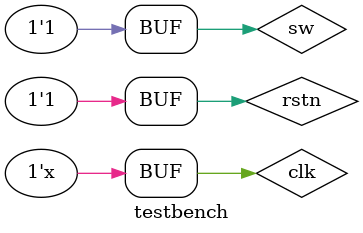
<source format=v>
`timescale 1ns / 1ps


module testbench(

    );
    // 时钟周期为 10ns 即 100Mhz
    reg clk, rstn, sw;
    initial begin
        rstn = 1'b1;
        clk = 1'b0;
        sw = 1'b1;
        #15 rstn = 1'b0;
        #5  rstn = 1'b1;
    end
    always begin
        #5 clk = ~clk;
    end

    wire [3:0] r, g, b;
    wire h, v, led;

    display_test test0(
        .I_clk(clk),
        .I_rst_n(rstn),
        .O_r(r),
        .O_g(g),
        .O_b(b),
        . O_hsync(h),
        . O_vsync(v),
        .I_sw_1(sw),
        . O_led_1(lwd)
    );

endmodule

</source>
